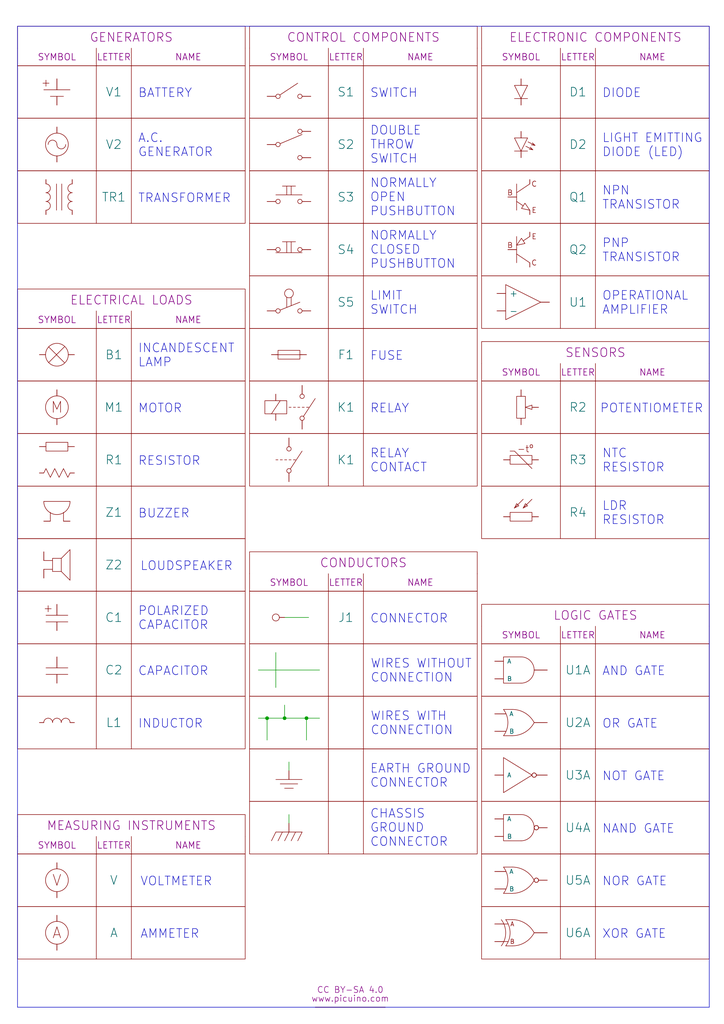
<source format=kicad_sch>
(kicad_sch (version 20231120) (generator "eeschema") (generator_version "8.0")
  (paper "A4" portrait)
  (title_block (title "Símbolos eléctricos y electrónicos.") (date "23/10/2018") (company "www.picuino.com") (comment 1 "Copyright (c) 2018 by Carlos Pardo Martín") (comment 2 "License CC BY-SA 4.0"))
  (lib_symbols
    (symbol "electric-symbols-names-rescue:amperimetro-simbolos" (pin_names (offset 1.016))
      (property "Reference" "A" (at 5.08 -5.08 0))
      (symbol "amperimetro-simbolos_0_0"
        (text "A" (at 0 -5.08 0) (effects (font (size 3.175 3.175))))
      )
      (symbol "amperimetro-simbolos_1_1"
        (pin input line (at 0 -10.16 90) (length 1.778) (name "") (number ""))
        (pin input line (at 0 0 270) (length 1.778) (name "") (number ""))
      )
    )
    (symbol "electric-symbols-names-rescue:condensador-simbolos" (pin_names (offset 1.016))
      (property "Reference" "C" (at 3.81 -4.445 0))
      (symbol "condensador-simbolos_1_1"
        (pin input line (at 0 -7.62 90) (length 2.54) (name "") (number ""))
        (pin input line (at 0 0 270) (length 3.175) (name "") (number ""))
      )
    )
    (symbol "electric-symbols-names-rescue:condensador_pol-simbolos" (pin_names (offset 1.016))
      (property "Reference" "C" (at 3.81 -4.445 0))
      (symbol "condensador_pol-simbolos_1_1"
        (pin input line (at 0 -7.62 90) (length 2.54) (name "") (number ""))
        (pin input line (at 0 0 270) (length 3.175) (name "") (number ""))
      )
    )
    (symbol "electric-symbols-names-rescue:conector-simbolos" (pin_names (offset 1.016))
      (symbol "conector-simbolos_1_1"
        (pin input line (at 0 0 0) (length 1.524) (name "") (number ""))
      )
    )
    (symbol "electric-symbols-names-rescue:diodo-simbolos" (pin_names (offset 1.016))
      (property "Reference" "D" (at 2.54 -3.81 0))
      (symbol "diodo-simbolos_1_1"
        (pin input line (at 0 -7.62 90) (length 1.905) (name "") (number ""))
        (pin input line (at 0 0 270) (length 1.905) (name "") (number ""))
      )
    )
    (symbol "electric-symbols-names-rescue:diodo_led-simbolos" (pin_names (offset 1.016))
      (property "Reference" "D" (at 5.08 -3.81 0))
      (symbol "diodo_led-simbolos_1_1"
        (pin input line (at 0 -7.62 90) (length 1.905) (name "") (number ""))
        (pin input line (at 0 0 270) (length 1.905) (name "") (number ""))
      )
    )
    (symbol "electric-symbols-names-rescue:final_carrera-simbolos" (pin_names (offset 1.016))
      (property "Reference" "S" (at 4.445 3.175 0))
      (symbol "final_carrera-simbolos_1_1"
        (pin input line (at 0 0 0) (length 2.54) (name "") (number ""))
        (pin input line (at 12.7 0 180) (length 2.54) (name "") (number ""))
      )
    )
    (symbol "electric-symbols-names-rescue:fusible-simbolos" (pin_names (offset 1.016))
      (property "Reference" "F" (at 1.905 -5.08 0))
      (symbol "fusible-simbolos_1_1"
        (pin input line (at 0 -10.16 90) (length 1.905) (name "") (number ""))
        (pin input line (at 0 0 270) (length 1.905) (name "") (number ""))
      )
    )
    (symbol "electric-symbols-names-rescue:generador-simbolos" (pin_names (offset 1.016))
      (property "Reference" "V" (at 4.445 -5.08 0))
      (symbol "generador-simbolos_1_1"
        (pin input line (at 0 -10.16 90) (length 1.778) (name "") (number ""))
        (pin input line (at 0 0 270) (length 1.778) (name "") (number ""))
      )
    )
    (symbol "electric-symbols-names-rescue:inductancia-simbolos" (pin_names (offset 1.016))
      (property "Reference" "L" (at 0.635 -5.08 0))
      (symbol "inductancia-simbolos_1_1"
        (pin input line (at 0 -10.16 90) (length 1.27) (name "") (number ""))
        (pin input line (at 0 0 270) (length 1.27) (name "") (number ""))
      )
    )
    (symbol "electric-symbols-names-rescue:lampara-simbolos" (pin_names (offset 1.016))
      (property "Reference" "L" (at 4.445 -5.08 0))
      (symbol "lampara-simbolos_1_1"
        (pin input line (at 0 -10.16 90) (length 1.778) (name "") (number ""))
        (pin input line (at 0 0 270) (length 1.778) (name "") (number ""))
      )
    )
    (symbol "electric-symbols-names-rescue:logic_and-simbolos" (pin_names (offset 1.016))
      (property "Reference" "U1" (at 24.13 -2.54 0))
      (symbol "logic_and-simbolos_1_1"
        (pin output line (at 15.24 -2.54 180) (length 3.81) (name "") (number ""))
        (pin input line (at 0 0 0) (length 2.54) (name "A") (number ""))
        (pin input line (at 0 -5.08 0) (length 2.54) (name "B") (number ""))
      )
      (symbol "logic_and-simbolos_2_1"
        (pin input line (at 0 0 0) (length 2.54) (name "A") (number "4"))
        (pin input line (at 0 -5.08 0) (length 2.54) (name "B") (number "5"))
        (pin output line (at 15.24 -2.54 180) (length 3.81) (name "") (number "6"))
      )
      (symbol "logic_and-simbolos_3_1"
        (pin input line (at 0 -5.08 0) (length 2.54) (name "B") (number "10"))
        (pin output line (at 15.24 -2.54 180) (length 3.81) (name "") (number "8"))
        (pin input line (at 0 0 0) (length 2.54) (name "A") (number "9"))
      )
      (symbol "logic_and-simbolos_4_1"
        (pin output line (at 15.24 -2.54 180) (length 3.81) (name "") (number "11"))
        (pin input line (at 0 0 0) (length 2.54) (name "A") (number "12"))
        (pin input line (at 0 -5.08 0) (length 2.54) (name "B") (number "13"))
      )
    )
    (symbol "electric-symbols-names-rescue:logic_nand-simbolos" (pin_names (offset 1.016))
      (property "Reference" "U4" (at 24.13 -2.54 0))
      (symbol "logic_nand-simbolos_1_1"
        (pin output inverted (at 15.24 -2.54 180) (length 3.81) (name "") (number ""))
        (pin input line (at 0 0 0) (length 2.54) (name "A") (number ""))
        (pin input line (at 0 -5.08 0) (length 2.54) (name "B") (number ""))
      )
      (symbol "logic_nand-simbolos_2_1"
        (pin input line (at 0 0 0) (length 2.54) (name "A") (number "4"))
        (pin input line (at 0 -5.08 0) (length 2.54) (name "B") (number "5"))
        (pin output inverted (at 15.24 -2.54 180) (length 3.81) (name "") (number "6"))
      )
      (symbol "logic_nand-simbolos_3_1"
        (pin input line (at 0 -5.08 0) (length 2.54) (name "B") (number "10"))
        (pin output inverted (at 15.24 -2.54 180) (length 3.81) (name "") (number "8"))
        (pin input line (at 0 0 0) (length 2.54) (name "A") (number "9"))
      )
      (symbol "logic_nand-simbolos_4_1"
        (pin output inverted (at 15.24 -2.54 180) (length 3.81) (name "") (number "11"))
        (pin input line (at 0 0 0) (length 2.54) (name "A") (number "12"))
        (pin input line (at 0 -5.08 0) (length 2.54) (name "B") (number "13"))
      )
    )
    (symbol "electric-symbols-names-rescue:logic_nor-simbolos" (pin_names (offset 1.016))
      (property "Reference" "U5" (at 24.13 -2.54 0))
      (symbol "logic_nor-simbolos_1_1"
        (pin output inverted (at 15.24 -2.54 180) (length 3.81) (name "") (number ""))
        (pin input line (at 0 0 0) (length 3.175) (name "A") (number ""))
        (pin input line (at 0 -5.08 0) (length 3.175) (name "B") (number ""))
      )
      (symbol "logic_nor-simbolos_2_1"
        (pin input line (at 0 0 0) (length 3.175) (name "A") (number "4"))
        (pin input line (at 0 -5.08 0) (length 3.175) (name "B") (number "5"))
        (pin output inverted (at 15.24 -2.54 180) (length 3.81) (name "") (number "6"))
      )
      (symbol "logic_nor-simbolos_3_1"
        (pin input line (at 0 -5.08 0) (length 3.175) (name "B") (number "10"))
        (pin output inverted (at 15.24 -2.54 180) (length 3.81) (name "") (number "8"))
        (pin input line (at 0 0 0) (length 3.175) (name "A") (number "9"))
      )
      (symbol "logic_nor-simbolos_4_1"
        (pin output inverted (at 15.24 -2.54 180) (length 3.81) (name "") (number "11"))
        (pin input line (at 0 0 0) (length 3.175) (name "A") (number "12"))
        (pin input line (at 0 -5.08 0) (length 3.175) (name "B") (number "13"))
      )
    )
    (symbol "electric-symbols-names-rescue:logic_not-simbolos" (pin_names (offset 1.016))
      (property "Reference" "U3" (at 24.13 -2.54 0))
      (symbol "logic_not-simbolos_1_1"
        (pin output inverted (at 15.24 -2.54 180) (length 4.445) (name "") (number ""))
        (pin input line (at 0 -2.54 0) (length 2.54) (name "A") (number ""))
      )
      (symbol "logic_not-simbolos_2_1"
        (pin input line (at 0 -2.54 0) (length 2.54) (name "A") (number "4"))
        (pin output inverted (at 15.24 -2.54 180) (length 4.445) (name "") (number "6"))
      )
      (symbol "logic_not-simbolos_3_1"
        (pin output inverted (at 15.24 -2.54 180) (length 4.445) (name "") (number "8"))
        (pin input line (at 0 -2.54 0) (length 2.54) (name "A") (number "9"))
      )
      (symbol "logic_not-simbolos_4_1"
        (pin output inverted (at 15.24 -2.54 180) (length 4.445) (name "") (number "11"))
        (pin input line (at 0 -2.54 0) (length 2.54) (name "A") (number "12"))
      )
    )
    (symbol "electric-symbols-names-rescue:logic_or-simbolos" (pin_names (offset 1.016))
      (property "Reference" "U2" (at 24.13 -2.54 0))
      (symbol "logic_or-simbolos_1_1"
        (pin output line (at 15.24 -2.54 180) (length 3.81) (name "") (number ""))
        (pin input line (at 0 0 0) (length 3.175) (name "A") (number ""))
        (pin input line (at 0 -5.08 0) (length 3.175) (name "B") (number ""))
      )
      (symbol "logic_or-simbolos_2_1"
        (pin input line (at 0 0 0) (length 3.175) (name "A") (number "4"))
        (pin input line (at 0 -5.08 0) (length 3.175) (name "B") (number "5"))
        (pin output line (at 15.24 -2.54 180) (length 3.81) (name "") (number "6"))
      )
      (symbol "logic_or-simbolos_3_1"
        (pin input line (at 0 -5.08 0) (length 3.175) (name "B") (number "10"))
        (pin output line (at 15.24 -2.54 180) (length 3.81) (name "") (number "8"))
        (pin input line (at 0 0 0) (length 3.175) (name "A") (number "9"))
      )
      (symbol "logic_or-simbolos_4_1"
        (pin output line (at 15.24 -2.54 180) (length 3.81) (name "") (number "11"))
        (pin input line (at 0 0 0) (length 3.175) (name "A") (number "12"))
        (pin input line (at 0 -5.08 0) (length 3.175) (name "B") (number "13"))
      )
    )
    (symbol "electric-symbols-names-rescue:logic_xor-simbolos" (pin_names (offset 1.016))
      (property "Reference" "U6" (at 24.13 -2.54 0))
      (symbol "logic_xor-simbolos_0_0"
        (text "A" (at 5.08 0 0) (effects (font (size 1.27 1.27))))
        (text "B" (at 5.08 -5.08 0) (effects (font (size 1.27 1.27))))
      )
      (symbol "logic_xor-simbolos_1_1"
        (pin input line (at 0 -5.08 0) (length 2.54) (name "") (number ""))
        (pin input line (at 0 0 0) (length 2.54) (name "") (number ""))
        (pin output line (at 15.24 -2.54 180) (length 3.81) (name "") (number ""))
      )
      (symbol "logic_xor-simbolos_2_1"
        (pin input line (at 0 0 0) (length 2.54) (name "") (number "4"))
        (pin input line (at 0 -5.08 0) (length 2.54) (name "") (number "5"))
        (pin output line (at 15.24 -2.54 180) (length 3.81) (name "") (number "6"))
      )
      (symbol "logic_xor-simbolos_3_1"
        (pin input line (at 0 -5.08 0) (length 2.54) (name "") (number "10"))
        (pin output line (at 15.24 -2.54 180) (length 3.81) (name "") (number "8"))
        (pin input line (at 0 0 0) (length 2.54) (name "") (number "9"))
      )
      (symbol "logic_xor-simbolos_4_1"
        (pin output line (at 15.24 -2.54 180) (length 3.81) (name "") (number "11"))
        (pin input line (at 0 0 0) (length 2.54) (name "") (number "12"))
        (pin input line (at 0 -5.08 0) (length 2.54) (name "") (number "13"))
      )
    )
    (symbol "electric-symbols-names-rescue:marco_1-simbolos" (pin_names (offset 1.016)))
    (symbol "electric-symbols-names-rescue:marco_2-simbolos" (pin_names (offset 1.016))
      (property "Field4" "TYPE" (at 33.02 -4.445 0))
      (property "Field5" "SYMBOL" (at 11.43 -11.43 0))
      (property "Field6" "LETTER" (at 27.94 -11.43 0))
      (property "Field7" "NAME" (at 48.26 -11.43 0))
    )
    (symbol "electric-symbols-names-rescue:masa-simbolos" (pin_names (offset 1.016))
      (symbol "masa-simbolos_1_1"
        (pin input line (at 0 0 270) (length 2.54) (name "") (number ""))
      )
    )
    (symbol "electric-symbols-names-rescue:motor-simbolos" (pin_names (offset 1.016))
      (property "Reference" "M" (at 4.445 -5.08 0))
      (symbol "motor-simbolos_0_0"
        (text "M" (at 0 -5.08 0) (effects (font (size 3.175 3.175))))
      )
      (symbol "motor-simbolos_1_1"
        (pin input line (at 0 -10.16 90) (length 1.778) (name "") (number ""))
        (pin input line (at 0 0 270) (length 1.778) (name "") (number ""))
      )
    )
    (symbol "electric-symbols-names-rescue:pulsador_na-simbolos" (pin_names (offset 1.016))
      (property "Reference" "S" (at 1.905 3.175 0))
      (symbol "pulsador_na-simbolos_1_1"
        (pin input line (at 0 0 0) (length 2.54) (name "") (number ""))
        (pin input line (at 12.7 0 180) (length 2.54) (name "") (number ""))
      )
    )
    (symbol "electric-symbols-names-rescue:pulsador_nc-simbolos" (pin_names (offset 1.016))
      (property "Reference" "S" (at 3.81 3.175 0))
      (symbol "pulsador_nc-simbolos_1_1"
        (pin input line (at 0 0 0) (length 2.54) (name "") (number ""))
        (pin input line (at 12.7 0 180) (length 2.54) (name "") (number ""))
      )
    )
    (symbol "electric-symbols-names-rescue:rele-simbolos" (pin_names (offset 1.016))
      (property "Reference" "K" (at -4.445 -3.81 0))
      (symbol "rele-simbolos_1_1"
        (pin input line (at 0 -7.62 90) (length 1.905) (name "") (number ""))
        (pin input line (at 0 0 270) (length 1.905) (name "") (number ""))
        (pin input line (at 7.62 -10.16 90) (length 2.54) (name "") (number ""))
        (pin input line (at 7.62 2.54 270) (length 2.54) (name "") (number ""))
      )
    )
    (symbol "electric-symbols-names-rescue:rele_contacto-simbolos" (pin_names (offset 1.016))
      (property "Reference" "K" (at 1.27 -1.27 0))
      (symbol "rele_contacto-simbolos_1_1"
        (pin input line (at 0 -12.7 90) (length 2.54) (name "") (number ""))
        (pin input line (at 0 0 270) (length 2.54) (name "") (number ""))
      )
    )
    (symbol "electric-symbols-names-rescue:resistencia-simbolos" (pin_names (offset 1.016))
      (property "Reference" "R" (at 1.905 -5.08 0))
      (symbol "resistencia-simbolos_1_1"
        (pin input line (at 0 -10.16 90) (length 1.905) (name "") (number ""))
        (pin input line (at 0 0 270) (length 1.905) (name "") (number ""))
      )
    )
    (symbol "electric-symbols-names-rescue:selector-simbolos" (pin_names (offset 1.016))
      (property "Reference" "S" (at 4.445 3.175 0))
      (symbol "selector-simbolos_1_1"
        (pin input line (at 0 0 0) (length 2.54) (name "") (number ""))
        (pin input line (at 12.7 -3.81 180) (length 2.54) (name "") (number ""))
        (pin input line (at 12.7 3.81 180) (length 2.54) (name "") (number ""))
      )
    )
    (symbol "electric-symbols-names-rescue:switch-simbolos" (pin_names (offset 1.016))
      (property "Reference" "S" (at 4.445 3.175 0))
      (symbol "switch-simbolos_1_1"
        (pin input line (at 0 0 0) (length 2.54) (name "") (number ""))
        (pin input line (at 12.7 0 180) (length 2.54) (name "") (number ""))
      )
    )
    (symbol "simbolos-electricos:CopyRight" (pin_names (offset 1.016))
      (property "License" "CC BY-SA 4.0" (at 0 5.715 0))
      (property "Web" "www.picuino.com" (at 0 2.54 0))
    )
    (symbol "simbolos-electricos:LDR" (pin_names (offset 1.016))
      (property "Reference" "R" (at 1.905 -5.08 0))
      (symbol "LDR_1_1"
        (pin input line (at 0 -10.16 90) (length 1.905) (name "") (number ""))
        (pin input line (at 0 0 270) (length 1.905) (name "") (number ""))
      )
    )
    (symbol "simbolos-electricos:NPN" (pin_names (offset 1.016))
      (property "Reference" "Q1" (at 11.43 -5.08 0))
      (symbol "NPN_0_0"
        (text "C" (at 7.62 -1.27 0) (effects (font (size 1.524 1.524))))
        (text "E" (at 7.62 -8.89 0) (effects (font (size 1.524 1.524))))
      )
      (symbol "NPN_1_0"
        (text "B" (at 0.635 -3.81 0) (effects (font (size 1.524 1.524))))
      )
      (symbol "NPN_1_1"
        (pin input line (at 0 -5.08 0) (length 2.54) (name "") (number ""))
        (pin input line (at 6.35 -10.16 90) (length 1.27) (name "") (number ""))
        (pin input line (at 6.35 0 270) (length 1.27) (name "") (number ""))
      )
    )
    (symbol "simbolos-electricos:NTC" (pin_names (offset 1.016))
      (property "Reference" "R" (at 1.905 -5.08 0))
      (symbol "NTC_1_0"
        (text "-tº" (at -3.175 -3.81 900) (effects (font (size 1.905 1.905))))
      )
      (symbol "NTC_1_1"
        (pin input line (at 0 -10.16 90) (length 1.905) (name "") (number ""))
        (pin input line (at 0 0 270) (length 1.905) (name "") (number ""))
      )
    )
    (symbol "simbolos-electricos:OA" (pin_names (offset 1.016))
      (property "Reference" "U" (at 6.35 -3.81 0))
      (symbol "OA_1_1"
        (pin output line (at 12.7 0 180) (length 2.54) (name "") (number ""))
        (pin input line (at -2.54 2.54 0) (length 2.54) (name "+") (number ""))
        (pin input line (at -2.54 -2.54 0) (length 2.54) (name "-") (number ""))
      )
    )
    (symbol "simbolos-electricos:PNP" (pin_names (offset 1.016))
      (property "Reference" "Q2" (at 10.795 -5.08 0))
      (symbol "PNP_0_0"
        (text "B" (at 0.635 -3.81 0) (effects (font (size 1.524 1.524))))
        (text "C" (at 7.62 -8.89 0) (effects (font (size 1.524 1.524))))
        (text "E" (at 7.62 -1.27 0) (effects (font (size 1.524 1.524))))
      )
      (symbol "PNP_1_1"
        (pin input line (at 0 -5.08 0) (length 2.54) (name "") (number ""))
        (pin input line (at 6.35 -10.16 90) (length 1.27) (name "") (number ""))
        (pin input line (at 6.35 0 270) (length 1.27) (name "") (number ""))
      )
    )
    (symbol "simbolos-electricos:Pila" (pin_names (offset 1.016))
      (property "Reference" "V" (at 5.08 -4.445 0))
      (symbol "Pila_1_1"
        (pin input line (at 0 -7.62 90) (length 2.54) (name "") (number ""))
        (pin input line (at 0 0 270) (length 3.175) (name "") (number ""))
      )
    )
    (symbol "simbolos-electricos:altavoz" (pin_names (offset 1.016))
      (property "Reference" "Z" (at 5.715 0.635 0))
      (symbol "altavoz_1_1"
        (pin input line (at 0 -7.62 90) (length 2.54) (name "") (number ""))
        (pin input line (at 0 0 270) (length 2.54) (name "") (number ""))
      )
    )
    (symbol "simbolos-electricos:potenciometro" (pin_names (offset 1.016))
      (property "Reference" "R" (at 1.905 -1.905 0))
      (symbol "potenciometro_1_1"
        (pin input line (at 0 -10.16 90) (length 1.905) (name "") (number ""))
        (pin input line (at 0 0 270) (length 1.905) (name "") (number ""))
        (pin input line (at 5.08 -5.08 180) (length 1.905) (name "") (number ""))
      )
    )
    (symbol "simbolos-electricos:resistencia_2" (pin_names (offset 1.016))
      (property "Reference" "R" (at 1.905 -5.08 0))
      (symbol "resistencia_2_1_1"
        (pin input line (at 0 -10.16 90) (length 1.27) (name "") (number ""))
        (pin input line (at 0 0 270) (length 1.27) (name "") (number ""))
      )
    )
    (symbol "simbolos-electricos:tierra" (pin_names (offset 1.016))
      (symbol "tierra_1_1"
        (pin input line (at 0 0 270) (length 2.54) (name "") (number ""))
      )
    )
    (symbol "simbolos-electricos:transformador" (pin_names (offset 1.016))
      (property "Reference" "TR" (at 8.89 -5.08 0))
      (symbol "transformador_1_1"
        (pin input line (at 0 -10.16 90) (length 1.27) (name "") (number ""))
        (pin input line (at 0 0 270) (length 1.27) (name "") (number ""))
        (pin input line (at 7.62 -10.16 90) (length 1.27) (name "") (number ""))
        (pin input line (at 7.62 0 270) (length 1.27) (name "") (number ""))
      )
    )
    (symbol "simbolos-electricos:voltimetro" (pin_names (offset 1.016))
      (property "Reference" "V" (at 5.08 -5.08 0))
      (symbol "voltimetro_0_0"
        (text "V" (at 0 -5.08 0) (effects (font (size 3.175 3.175))))
      )
      (symbol "voltimetro_1_1"
        (pin input line (at 0 -10.16 90) (length 1.778) (name "") (number ""))
        (pin input line (at 0 0 270) (length 1.778) (name "") (number ""))
      )
    )
    (symbol "simbolos-electricos:zumbador" (pin_names (offset 1.016))
      (property "Reference" "Z" (at 3.81 8.255 0))
      (symbol "zumbador_1_1"
        (pin input line (at 0 0 0) (length 1.905) (name "") (number ""))
        (pin input line (at 7.62 0 180) (length 1.905) (name "") (number ""))
      )
    )
  )
  (junction (at 82.55 208.28))
  (junction (at 77.47 208.28))
  (junction (at 88.9 208.28))
  (polyline (pts (xy 205.74 292.1) (xy 205.74 7.62)))
  (wire (pts (xy 88.9 208.28) (xy 92.71 208.28)))
  (wire (pts (xy 74.93 194.31) (xy 92.71 194.31)))
  (wire (pts (xy 77.47 214.63) (xy 77.47 208.28)))
  (polyline (pts (xy 5.08 7.62) (xy 205.74 7.62)))
  (wire (pts (xy 82.55 179.07) (xy 89.535 179.07)))
  (wire (pts (xy 82.55 208.28) (xy 82.55 204.47)))
  (polyline (pts (xy 5.08 292.1) (xy 5.08 7.62)))
  (wire (pts (xy 74.93 208.28) (xy 77.47 208.28)))
  (wire (pts (xy 83.82 223.52) (xy 83.82 220.98)))
  (wire (pts (xy 83.82 238.76) (xy 83.82 236.22)))
  (wire (pts (xy 77.47 208.28) (xy 82.55 208.28)))
  (wire (pts (xy 88.9 214.63) (xy 88.9 208.28)))
  (polyline (pts (xy 5.08 292.1) (xy 205.74 292.1)))
  (wire (pts (xy 80.01 189.23) (xy 80.01 199.39)))
  (wire (pts (xy 82.55 208.28) (xy 88.9 208.28)))
  (text "INCANDESCENT\nLAMP" (at 40.005 106.68 0) (effects (font (size 2.54 2.54)) (justify left bottom)))
  (text "NAND GATE" (at 174.625 241.935 0) (effects (font (size 2.54 2.54)) (justify left bottom)))
  (text "RELAY" (at 107.315 120.015 0) (effects (font (size 2.54 2.54)) (justify left bottom)))
  (text "OPERATIONAL\nAMPLIFIER" (at 174.625 91.44 0) (effects (font (size 2.54 2.54)) (justify left bottom)))
  (text "NOR GATE" (at 174.625 257.175 0) (effects (font (size 2.54 2.54)) (justify left bottom)))
  (text "FUSE" (at 107.315 104.775 0) (effects (font (size 2.54 2.54)) (justify left bottom)))
  (text "POTENTIOMETER" (at 173.99 120.015 0) (effects (font (size 2.54 2.54)) (justify left bottom)))
  (text "DOUBLE\nTHROW\nSWITCH" (at 107.315 47.625 0) (effects (font (size 2.54 2.54)) (justify left bottom)))
  (text "PNP\nTRANSISTOR" (at 174.625 76.2 0) (effects (font (size 2.54 2.54)) (justify left bottom)))
  (text "EARTH GROUND\nCONNECTOR" (at 107.315 228.6 0) (effects (font (size 2.54 2.54)) (justify left bottom)))
  (text "SWITCH" (at 107.315 28.575 0) (effects (font (size 2.54 2.54)) (justify left bottom)))
  (text "OR GATE" (at 174.625 211.455 0) (effects (font (size 2.54 2.54)) (justify left bottom)))
  (text "POLARIZED\nCAPACITOR" (at 40.005 182.88 0) (effects (font (size 2.54 2.54)) (justify left bottom)))
  (text "LOUDSPEAKER" (at 40.64 165.735 0) (effects (font (size 2.54 2.54)) (justify left bottom)))
  (text "BATTERY" (at 40.005 28.575 0) (effects (font (size 2.54 2.54)) (justify left bottom)))
  (text "WIRES WITH\nCONNECTION\n" (at 107.442 213.36 0) (effects (font (size 2.54 2.54)) (justify left bottom)))
  (text "MOTOR" (at 40.005 120.015 0) (effects (font (size 2.54 2.54)) (justify left bottom)))
  (text "DIODE" (at 174.625 28.575 0) (effects (font (size 2.54 2.54)) (justify left bottom)))
  (text "WIRES WITHOUT\nCONNECTION" (at 107.442 198.12 0) (effects (font (size 2.54 2.54)) (justify left bottom)))
  (text "RELAY\nCONTACT" (at 107.315 137.16 0) (effects (font (size 2.54 2.54)) (justify left bottom)))
  (text "INDUCTOR" (at 40.005 211.455 0) (effects (font (size 2.54 2.54)) (justify left bottom)))
  (text "CHASSIS\nGROUND\nCONNECTOR\n" (at 107.315 245.745 0) (effects (font (size 2.54 2.54)) (justify left bottom)))
  (text "LIGHT EMITTING\nDIODE (LED)" (at 174.625 45.72 0) (effects (font (size 2.54 2.54)) (justify left bottom)))
  (text "AND GATE" (at 174.625 196.215 0) (effects (font (size 2.54 2.54)) (justify left bottom)))
  (text "NTC\nRESISTOR" (at 174.625 137.16 0) (effects (font (size 2.54 2.54)) (justify left bottom)))
  (text "NORMALLY\nOPEN\nPUSHBUTTON" (at 107.315 62.865 0) (effects (font (size 2.54 2.54)) (justify left bottom)))
  (text "LDR\nRESISTOR" (at 174.625 152.4 0) (effects (font (size 2.54 2.54)) (justify left bottom)))
  (text "RESISTOR" (at 40.005 135.255 0) (effects (font (size 2.54 2.54)) (justify left bottom)))
  (text "BUZZER" (at 40.005 150.495 0) (effects (font (size 2.54 2.54)) (justify left bottom)))
  (text "A.C.\nGENERATOR" (at 40.005 45.72 0) (effects (font (size 2.54 2.54)) (justify left bottom)))
  (text "AMMETER" (at 40.64 272.415 0) (effects (font (size 2.54 2.54)) (justify left bottom)))
  (text "CONNECTOR\n" (at 107.315 180.975 0) (effects (font (size 2.54 2.54)) (justify left bottom)))
  (text "NOT GATE" (at 174.625 226.695 0) (effects (font (size 2.54 2.54)) (justify left bottom)))
  (text "NORMALLY\nCLOSED\nPUSHBUTTON" (at 107.315 78.105 0) (effects (font (size 2.54 2.54)) (justify left bottom)))
  (text "XOR GATE" (at 174.625 272.415 0) (effects (font (size 2.54 2.54)) (justify left bottom)))
  (text "NPN\nTRANSISTOR" (at 174.625 60.96 0) (effects (font (size 2.54 2.54)) (justify left bottom)))
  (text "LIMIT\nSWITCH" (at 107.315 91.44 0) (effects (font (size 2.54 2.54)) (justify left bottom)))
  (text "CAPACITOR" (at 40.005 196.215 0) (effects (font (size 2.54 2.54)) (justify left bottom)))
  (text "TRANSFORMER" (at 40.005 59.055 0) (effects (font (size 2.54 2.54)) (justify left bottom)))
  (text "VOLTMETER" (at 40.64 257.175 0) (effects (font (size 2.54 2.54)) (justify left bottom)))
  (symbol (lib_id "simbolos-electricos:Pila") (at 16.51 22.86 0) (unit 1)
    (property "Reference" "V1" (at 33.02 26.67 0) (effects (font (size 2.54 2.54))))
    (property "Value" "PILA" (effects (hide yes)))
  )
  (symbol (lib_id "electric-symbols-names-rescue:switch-simbolos") (at 77.47 27.94 0) (unit 1)
    (property "Reference" "S1" (at 100.33 26.67 0) (effects (font (size 2.54 2.54))))
    (property "Value" "INTERRUPTOR" (effects (hide yes)))
  )
  (symbol (lib_id "electric-symbols-names-rescue:lampara-simbolos") (at 21.59 102.87 270) (unit 1)
    (property "Reference" "B1" (at 33.02 102.87 90) (effects (font (size 2.54 2.54))))
    (property "Value" "LÁMPARA" (effects (hide yes)))
  )
  (symbol (lib_id "electric-symbols-names-rescue:pulsador_na-simbolos") (at 77.47 58.42 0) (unit 1)
    (property "Reference" "S3" (at 100.33 57.15 0) (effects (font (size 2.54 2.54))))
    (property "Value" "PULSADOR" (effects (hide yes)))
    (property "Valor2" "NORMALMENTE" (effects (hide yes)))
    (property "Campo5" "ABIERTO" (effects (hide yes)))
  )
  (symbol (lib_id "electric-symbols-names-rescue:pulsador_nc-simbolos") (at 77.47 72.39 0) (unit 1)
    (property "Reference" "S4" (at 100.33 72.39 0) (effects (font (size 2.54 2.54))))
    (property "Value" "PULSADOR" (effects (hide yes)))
    (property "Valor2" "NORMALMENTE" (effects (hide yes)))
    (property "Valor3" "CERRADO" (effects (hide yes)))
  )
  (symbol (lib_id "simbolos-electricos:altavoz") (at 12.7 160.02 0) (unit 1)
    (property "Reference" "Z2" (at 33.02 163.83 0) (effects (font (size 2.54 2.54))))
    (property "Value" "ALTAVOZ" (effects (hide yes)))
  )
  (symbol (lib_id "electric-symbols-names-rescue:condensador-simbolos") (at 16.51 190.5 0) (unit 1)
    (property "Reference" "C2" (at 33.02 194.31 0) (effects (font (size 2.54 2.54))))
    (property "Value" "CONDENSADOR" (effects (hide yes)))
  )
  (symbol (lib_id "electric-symbols-names-rescue:condensador_pol-simbolos") (at 16.51 175.26 0) (unit 1)
    (property "Reference" "C1" (at 33.02 179.07 0) (effects (font (size 2.54 2.54))))
    (property "Value" "CONDENSADOR" (effects (hide yes)))
    (property "Campo4" "POLARIZADO" (effects (hide yes)))
  )
  (symbol (lib_id "electric-symbols-names-rescue:diodo-simbolos") (at 151.13 22.86 0) (unit 1)
    (property "Reference" "D1" (at 167.64 26.67 0) (effects (font (size 2.54 2.54))))
    (property "Value" "DIODO" (effects (hide yes)))
  )
  (symbol (lib_id "electric-symbols-names-rescue:diodo_led-simbolos") (at 151.13 38.1 0) (unit 1)
    (property "Reference" "D2" (at 167.64 41.91 0) (effects (font (size 2.54 2.54))))
    (property "Value" "DIODO LED" (effects (hide yes)))
  )
  (symbol (lib_id "electric-symbols-names-rescue:fusible-simbolos") (at 88.9 102.87 270) (unit 1)
    (property "Reference" "F1" (at 100.33 102.87 90) (effects (font (size 2.54 2.54))))
    (property "Value" "FUSIBLE" (effects (hide yes)))
  )
  (symbol (lib_id "electric-symbols-names-rescue:generador-simbolos") (at 16.51 36.83 0) (unit 1)
    (property "Reference" "V2" (at 33.02 41.91 0) (effects (font (size 2.54 2.54))))
    (property "Value" "GENERADOR" (effects (hide yes)))
  )
  (symbol (lib_id "electric-symbols-names-rescue:inductancia-simbolos") (at 21.59 209.55 270) (unit 1)
    (property "Reference" "L1" (at 33.02 209.55 90) (effects (font (size 2.54 2.54))))
    (property "Value" "INDUCTANCIA" (effects (hide yes)))
  )
  (symbol (lib_id "simbolos-electricos:LDR") (at 156.21 149.86 270) (unit 1)
    (property "Reference" "R4" (at 167.64 148.59 90) (effects (font (size 2.54 2.54))))
    (property "Value" "RESISTENCIA" (effects (hide yes)))
    (property "Campo4" "LDR" (effects (hide yes)))
  )
  (symbol (lib_id "electric-symbols-names-rescue:masa-simbolos") (at 83.82 238.76 0) (unit 1)
    (property "Reference" "V?" (effects (hide yes)))
    (property "Value" "CONNECTION" (effects (hide yes)))
    (property "Campo4" "A MASA" (effects (hide yes)))
  )
  (symbol (lib_id "electric-symbols-names-rescue:motor-simbolos") (at 16.51 113.03 0) (unit 1)
    (property "Reference" "M1" (at 33.02 118.11 0) (effects (font (size 2.54 2.54))))
    (property "Value" "MOTOR" (effects (hide yes)))
  )
  (symbol (lib_id "simbolos-electricos:NPN") (at 147.32 52.07 0) (unit 1)
    (property "Reference" "Q1" (at 167.64 57.15 0) (effects (font (size 2.54 2.54))))
    (property "Value" "TRANSISTOR" (effects (hide yes)))
    (property "Campo4" "NPN" (effects (hide yes)))
  )
  (symbol (lib_id "simbolos-electricos:NTC") (at 156.21 133.35 270) (unit 1)
    (property "Reference" "R3" (at 167.64 133.35 90) (effects (font (size 2.54 2.54))))
    (property "Value" "RESISTENCIA" (effects (hide yes)))
    (property "Campo4" "NTC" (effects (hide yes)))
  )
  (symbol (lib_id "simbolos-electricos:zumbador") (at 12.7 151.13 0) (unit 1)
    (property "Reference" "Z1" (at 33.02 148.59 0) (effects (font (size 2.54 2.54))))
    (property "Value" "ZUMBADOR" (effects (hide yes)))
  )
  (symbol (lib_id "simbolos-electricos:transformador") (at 13.335 52.07 0) (unit 1)
    (property "Reference" "TR1" (at 33.02 57.15 0) (effects (font (size 2.54 2.54))))
    (property "Value" "TRANSFOR-" (effects (hide yes)))
    (property "Campo4" "MADOR" (effects (hide yes)))
  )
  (symbol (lib_id "simbolos-electricos:tierra") (at 83.82 223.52 0) (unit 1)
    (property "Reference" "V?" (effects (hide yes)))
    (property "Value" "CONNECTION" (effects (hide yes)))
    (property "Campo4" "A TIERRA" (effects (hide yes)))
  )
  (symbol (lib_id "electric-symbols-names-rescue:selector-simbolos") (at 77.47 41.91 0) (unit 1)
    (property "Reference" "S2" (at 100.33 41.91 0) (effects (font (size 2.54 2.54))))
    (property "Value" "CONMUTADOR" (effects (hide yes)))
  )
  (symbol (lib_id "electric-symbols-names-rescue:resistencia-simbolos") (at 21.59 129.54 270) (unit 1)
    (property "Reference" "R1" (at 33.02 133.35 90) (effects (font (size 2.54 2.54))))
    (property "Value" "RESISTENCIA" (effects (hide yes)))
  )
  (symbol (lib_id "electric-symbols-names-rescue:rele_contacto-simbolos") (at 83.82 127 0) (unit 1)
    (property "Reference" "K1" (at 100.33 133.35 0) (effects (font (size 2.54 2.54))))
    (property "Value" "CONTACTO" (effects (hide yes)))
    (property "Campo4" "DE RELE" (effects (hide yes)))
  )
  (symbol (lib_id "electric-symbols-names-rescue:rele-simbolos") (at 80.01 114.3 0) (unit 1)
    (property "Reference" "K1" (at 100.33 118.11 0) (effects (font (size 2.54 2.54))))
    (property "Value" "RELE" (effects (hide yes)))
  )
  (symbol (lib_id "electric-symbols-names-rescue:final_carrera-simbolos") (at 77.47 90.17 0) (unit 1)
    (property "Reference" "S5" (at 100.33 87.63 0) (effects (font (size 2.54 2.54))))
    (property "Value" "FINAL DE" (effects (hide yes)))
    (property "Campo4" "CARRERA" (effects (hide yes)))
  )
  (symbol (lib_id "simbolos-electricos:PNP") (at 147.32 67.31 0) (unit 1)
    (property "Reference" "Q2" (at 167.64 72.39 0) (effects (font (size 2.54 2.54))))
    (property "Value" "TRANSISTOR" (effects (hide yes)))
    (property "Campo4" "PNP" (effects (hide yes)))
  )
  (symbol (lib_id "electric-symbols-names-rescue:marco_2-simbolos") (at 139.7 173.99 0) (unit 1)
    (property "Reference" "M?" (effects (hide yes)))
    (property "Value" "marco_2" (effects (hide yes)))
    (property "Campo4" "LOGIC GATES" (at 172.72 178.435 0) (effects (font (size 2.54 2.54))))
    (property "Campo5" "SYMBOL" (at 151.13 184.15 0) (effects (font (size 1.905 1.905))))
    (property "Campo6" "LETTER" (at 167.64 184.15 0) (effects (font (size 1.905 1.905))))
    (property "Campo7" "NAME" (at 189.23 184.15 0) (effects (font (size 1.905 1.905))))
  )
  (symbol (lib_id "electric-symbols-names-rescue:logic_and-simbolos") (at 143.51 191.77 0) (unit 1)
    (property "Reference" "U1" (at 167.64 194.31 0) (effects (font (size 2.54 2.54))))
    (property "Value" "logic_and" (effects (hide yes)))
  )
  (symbol (lib_id "electric-symbols-names-rescue:logic_or-simbolos") (at 143.51 207.01 0) (unit 1)
    (property "Reference" "U2" (at 167.64 209.55 0) (effects (font (size 2.54 2.54))))
    (property "Value" "logic_and" (effects (hide yes)))
    (property "Campo4" "PUERTA OR" (effects (hide yes)))
  )
  (symbol (lib_id "electric-symbols-names-rescue:logic_not-simbolos") (at 143.51 222.25 0) (unit 1)
    (property "Reference" "U3" (at 167.64 224.79 0) (effects (font (size 2.54 2.54))))
    (property "Value" "logic_and" (effects (hide yes)))
    (property "Campo4" "PUERTA NOT" (effects (hide yes)))
  )
  (symbol (lib_id "electric-symbols-names-rescue:logic_nand-simbolos") (at 143.51 237.49 0) (unit 1)
    (property "Reference" "U4" (at 167.64 240.03 0) (effects (font (size 2.54 2.54))))
    (property "Value" "logic_and" (effects (hide yes)))
    (property "Campo4" "PUERTA NAND" (effects (hide yes)))
  )
  (symbol (lib_id "electric-symbols-names-rescue:logic_nor-simbolos") (at 143.51 252.73 0) (unit 1)
    (property "Reference" "U5" (at 167.64 255.27 0) (effects (font (size 2.54 2.54))))
    (property "Value" "logic_and" (effects (hide yes)))
    (property "Campo4" "PUERTA NOR" (effects (hide yes)))
  )
  (symbol (lib_id "electric-symbols-names-rescue:logic_xor-simbolos") (at 143.51 267.97 0) (unit 1)
    (property "Reference" "U6" (at 167.64 270.51 0) (effects (font (size 2.54 2.54))))
    (property "Value" "logic_and" (effects (hide yes)))
    (property "Campo4" "PUERTA XOR" (effects (hide yes)))
  )
  (symbol (lib_id "electric-symbols-names-rescue:marco_1-simbolos") (at 5.08 19.05 0) (unit 1)
    (property "Reference" "M?" (effects (hide yes)))
    (property "Value" "marco_1" (effects (hide yes)))
  )
  (symbol (lib_id "electric-symbols-names-rescue:marco_1-simbolos") (at 5.08 34.29 0) (unit 1)
    (property "Reference" "M?" (effects (hide yes)))
    (property "Value" "marco_1" (effects (hide yes)))
  )
  (symbol (lib_id "electric-symbols-names-rescue:marco_1-simbolos") (at 5.08 49.53 0) (unit 1)
    (property "Reference" "M?" (effects (hide yes)))
    (property "Value" "marco_1" (effects (hide yes)))
  )
  (symbol (lib_id "electric-symbols-names-rescue:marco_1-simbolos") (at 5.08 95.25 0) (unit 1)
    (property "Reference" "M?" (effects (hide yes)))
    (property "Value" "marco_1" (effects (hide yes)))
  )
  (symbol (lib_id "electric-symbols-names-rescue:marco_1-simbolos") (at 5.08 110.49 0) (unit 1)
    (property "Reference" "M?" (effects (hide yes)))
    (property "Value" "marco_1" (effects (hide yes)))
  )
  (symbol (lib_id "electric-symbols-names-rescue:marco_1-simbolos") (at 5.08 125.73 0) (unit 1)
    (property "Reference" "M?" (effects (hide yes)))
    (property "Value" "marco_1" (effects (hide yes)))
  )
  (symbol (lib_id "electric-symbols-names-rescue:marco_1-simbolos") (at 5.08 140.97 0) (unit 1)
    (property "Reference" "M?" (effects (hide yes)))
    (property "Value" "marco_1" (effects (hide yes)))
  )
  (symbol (lib_id "electric-symbols-names-rescue:marco_1-simbolos") (at 5.08 156.21 0) (unit 1)
    (property "Reference" "M?" (effects (hide yes)))
    (property "Value" "marco_1" (effects (hide yes)))
  )
  (symbol (lib_id "electric-symbols-names-rescue:marco_1-simbolos") (at 5.08 171.45 0) (unit 1)
    (property "Reference" "M?" (effects (hide yes)))
    (property "Value" "marco_1" (effects (hide yes)))
  )
  (symbol (lib_id "electric-symbols-names-rescue:marco_1-simbolos") (at 5.08 186.69 0) (unit 1)
    (property "Reference" "M?" (effects (hide yes)))
    (property "Value" "marco_1" (effects (hide yes)))
  )
  (symbol (lib_id "electric-symbols-names-rescue:marco_1-simbolos") (at 5.08 201.93 0) (unit 1)
    (property "Reference" "M?" (effects (hide yes)))
    (property "Value" "marco_1" (effects (hide yes)))
  )
  (symbol (lib_id "electric-symbols-names-rescue:marco_1-simbolos") (at 5.08 247.65 0) (unit 1)
    (property "Reference" "M?" (effects (hide yes)))
    (property "Value" "marco_1" (effects (hide yes)))
  )
  (symbol (lib_id "electric-symbols-names-rescue:marco_1-simbolos") (at 5.08 262.89 0) (unit 1)
    (property "Reference" "M?" (effects (hide yes)))
    (property "Value" "marco_1" (effects (hide yes)))
  )
  (symbol (lib_id "electric-symbols-names-rescue:marco_1-simbolos") (at 72.39 186.69 0) (unit 1)
    (property "Reference" "M?" (effects (hide yes)))
    (property "Value" "marco_1" (effects (hide yes)))
  )
  (symbol (lib_id "electric-symbols-names-rescue:marco_1-simbolos") (at 72.39 201.93 0) (unit 1)
    (property "Reference" "M?" (effects (hide yes)))
    (property "Value" "marco_1" (effects (hide yes)))
  )
  (symbol (lib_id "electric-symbols-names-rescue:marco_1-simbolos") (at 72.39 217.17 0) (unit 1)
    (property "Reference" "M?" (effects (hide yes)))
    (property "Value" "marco_1" (effects (hide yes)))
  )
  (symbol (lib_id "electric-symbols-names-rescue:marco_1-simbolos") (at 72.39 232.41 0) (unit 1)
    (property "Reference" "M?" (effects (hide yes)))
    (property "Value" "marco_1" (effects (hide yes)))
  )
  (symbol (lib_id "electric-symbols-names-rescue:marco_1-simbolos") (at 72.39 19.05 0) (unit 1)
    (property "Reference" "M?" (effects (hide yes)))
    (property "Value" "marco_1" (effects (hide yes)))
  )
  (symbol (lib_id "electric-symbols-names-rescue:marco_1-simbolos") (at 72.39 34.29 0) (unit 1)
    (property "Reference" "M?" (effects (hide yes)))
    (property "Value" "marco_1" (effects (hide yes)))
  )
  (symbol (lib_id "electric-symbols-names-rescue:marco_1-simbolos") (at 72.39 49.53 0) (unit 1)
    (property "Reference" "M?" (effects (hide yes)))
    (property "Value" "marco_1" (effects (hide yes)))
  )
  (symbol (lib_id "electric-symbols-names-rescue:marco_1-simbolos") (at 72.39 64.77 0) (unit 1)
    (property "Reference" "M?" (effects (hide yes)))
    (property "Value" "marco_1" (effects (hide yes)))
  )
  (symbol (lib_id "electric-symbols-names-rescue:marco_1-simbolos") (at 72.39 80.01 0) (unit 1)
    (property "Reference" "M?" (effects (hide yes)))
    (property "Value" "marco_1" (effects (hide yes)))
  )
  (symbol (lib_id "electric-symbols-names-rescue:marco_1-simbolos") (at 72.39 95.25 0) (unit 1)
    (property "Reference" "M?" (effects (hide yes)))
    (property "Value" "marco_1" (effects (hide yes)))
  )
  (symbol (lib_id "electric-symbols-names-rescue:marco_1-simbolos") (at 72.39 110.49 0) (unit 1)
    (property "Reference" "M?" (effects (hide yes)))
    (property "Value" "marco_1" (effects (hide yes)))
  )
  (symbol (lib_id "electric-symbols-names-rescue:marco_1-simbolos") (at 72.39 125.73 0) (unit 1)
    (property "Reference" "M?" (effects (hide yes)))
    (property "Value" "marco_1" (effects (hide yes)))
  )
  (symbol (lib_id "electric-symbols-names-rescue:marco_1-simbolos") (at 139.7 125.73 0) (unit 1)
    (property "Reference" "M?" (effects (hide yes)))
    (property "Value" "marco_1" (effects (hide yes)))
  )
  (symbol (lib_id "electric-symbols-names-rescue:marco_1-simbolos") (at 139.7 110.49 0) (unit 1)
    (property "Reference" "M?" (effects (hide yes)))
    (property "Value" "marco_1" (effects (hide yes)))
  )
  (symbol (lib_id "electric-symbols-names-rescue:marco_1-simbolos") (at 139.7 140.97 0) (unit 1)
    (property "Reference" "M?" (effects (hide yes)))
    (property "Value" "marco_1" (effects (hide yes)))
  )
  (symbol (lib_id "electric-symbols-names-rescue:marco_1-simbolos") (at 139.7 262.89 0) (unit 1)
    (property "Reference" "M?" (effects (hide yes)))
    (property "Value" "marco_1" (effects (hide yes)))
  )
  (symbol (lib_id "electric-symbols-names-rescue:marco_1-simbolos") (at 139.7 186.69 0) (unit 1)
    (property "Reference" "M?" (effects (hide yes)))
    (property "Value" "marco_1" (effects (hide yes)))
  )
  (symbol (lib_id "electric-symbols-names-rescue:marco_1-simbolos") (at 139.7 201.93 0) (unit 1)
    (property "Reference" "M?" (effects (hide yes)))
    (property "Value" "marco_1" (effects (hide yes)))
  )
  (symbol (lib_id "electric-symbols-names-rescue:marco_1-simbolos") (at 139.7 217.17 0) (unit 1)
    (property "Reference" "M?" (effects (hide yes)))
    (property "Value" "marco_1" (effects (hide yes)))
  )
  (symbol (lib_id "electric-symbols-names-rescue:marco_1-simbolos") (at 139.7 232.41 0) (unit 1)
    (property "Reference" "M?" (effects (hide yes)))
    (property "Value" "marco_1" (effects (hide yes)))
  )
  (symbol (lib_id "electric-symbols-names-rescue:marco_1-simbolos") (at 139.7 247.65 0) (unit 1)
    (property "Reference" "M?" (effects (hide yes)))
    (property "Value" "marco_1" (effects (hide yes)))
  )
  (symbol (lib_id "electric-symbols-names-rescue:marco_1-simbolos") (at 139.7 19.05 0) (unit 1)
    (property "Reference" "M?" (effects (hide yes)))
    (property "Value" "marco_1" (effects (hide yes)))
  )
  (symbol (lib_id "electric-symbols-names-rescue:marco_1-simbolos") (at 139.7 34.29 0) (unit 1)
    (property "Reference" "M?" (effects (hide yes)))
    (property "Value" "marco_1" (effects (hide yes)))
  )
  (symbol (lib_id "electric-symbols-names-rescue:marco_1-simbolos") (at 139.7 49.53 0) (unit 1)
    (property "Reference" "M?" (effects (hide yes)))
    (property "Value" "marco_1" (effects (hide yes)))
  )
  (symbol (lib_id "electric-symbols-names-rescue:marco_1-simbolos") (at 139.7 64.77 0) (unit 1)
    (property "Reference" "M?" (effects (hide yes)))
    (property "Value" "marco_1" (effects (hide yes)))
  )
  (symbol (lib_id "simbolos-electricos:voltimetro") (at 16.51 250.19 0) (unit 1)
    (property "Reference" "V" (at 33.02 255.27 0) (effects (font (size 2.54 2.54))))
    (property "Value" "VOLTIMETRO" (effects (hide yes)))
  )
  (symbol (lib_id "electric-symbols-names-rescue:marco_2-simbolos") (at 5.08 6.35 0) (unit 1)
    (property "Reference" "M?" (effects (hide yes)))
    (property "Value" "marco_2" (effects (hide yes)))
    (property "Campo4" "GENERATORS" (at 38.1 10.795 0) (effects (font (size 2.54 2.54))))
    (property "Campo5" "SYMBOL" (at 16.51 16.51 0) (effects (font (size 1.905 1.905))))
    (property "Campo6" "LETTER" (at 33.02 16.51 0) (effects (font (size 1.905 1.905))))
    (property "Campo7" "NAME" (at 54.61 16.51 0) (effects (font (size 1.905 1.905))))
  )
  (symbol (lib_id "electric-symbols-names-rescue:marco_2-simbolos") (at 72.39 6.35 0) (unit 1)
    (property "Reference" "M?" (effects (hide yes)))
    (property "Value" "marco_2" (effects (hide yes)))
    (property "Campo4" "CONTROL COMPONENTS" (at 105.41 10.795 0) (effects (font (size 2.54 2.54))))
    (property "Campo5" "SYMBOL" (at 83.82 16.51 0) (effects (font (size 1.905 1.905))))
    (property "Campo6" "LETTER" (at 100.33 16.51 0) (effects (font (size 1.905 1.905))))
    (property "Campo7" "NAME" (at 121.92 16.51 0) (effects (font (size 1.905 1.905))))
  )
  (symbol (lib_id "electric-symbols-names-rescue:marco_2-simbolos") (at 5.08 82.55 0) (unit 1)
    (property "Reference" "M?" (effects (hide yes)))
    (property "Value" "marco_2" (effects (hide yes)))
    (property "Campo4" "ELECTRICAL LOADS" (at 38.1 86.995 0) (effects (font (size 2.54 2.54))))
    (property "Campo5" "SYMBOL" (at 16.51 92.71 0) (effects (font (size 1.905 1.905))))
    (property "Campo6" "LETTER" (at 33.02 92.71 0) (effects (font (size 1.905 1.905))))
    (property "Campo7" "NAME" (at 54.61 92.71 0) (effects (font (size 1.905 1.905))))
  )
  (symbol (lib_id "electric-symbols-names-rescue:marco_2-simbolos") (at 139.7 97.79 0) (unit 1)
    (property "Reference" "M?" (effects (hide yes)))
    (property "Value" "marco_2" (effects (hide yes)))
    (property "Campo4" "SENSORS" (at 172.72 102.235 0) (effects (font (size 2.54 2.54))))
    (property "Campo5" "SYMBOL" (at 151.13 107.95 0) (effects (font (size 1.905 1.905))))
    (property "Campo6" "LETTER" (at 167.64 107.95 0) (effects (font (size 1.905 1.905))))
    (property "Campo7" "NAME" (at 189.23 107.95 0) (effects (font (size 1.905 1.905))))
  )
  (symbol (lib_id "electric-symbols-names-rescue:marco_2-simbolos") (at 72.39 158.75 0) (unit 1)
    (property "Reference" "M?" (effects (hide yes)))
    (property "Value" "marco_2" (effects (hide yes)))
    (property "Campo4" "CONDUCTORS" (at 105.41 163.195 0) (effects (font (size 2.54 2.54))))
    (property "Campo5" "SYMBOL" (at 83.82 168.91 0) (effects (font (size 1.905 1.905))))
    (property "Campo6" "LETTER" (at 100.33 168.91 0) (effects (font (size 1.905 1.905))))
    (property "Campo7" "NAME" (at 121.92 168.91 0) (effects (font (size 1.905 1.905))))
  )
  (symbol (lib_id "electric-symbols-names-rescue:marco_2-simbolos") (at 5.08 234.95 0) (unit 1)
    (property "Reference" "M?" (effects (hide yes)))
    (property "Value" "marco_2" (effects (hide yes)))
    (property "Campo4" "MEASURING INSTRUMENTS" (at 38.1 239.395 0) (effects (font (size 2.54 2.54))))
    (property "Campo5" "SYMBOL" (at 16.51 245.11 0) (effects (font (size 1.905 1.905))))
    (property "Campo6" "LETTER" (at 33.02 245.11 0) (effects (font (size 1.905 1.905))))
    (property "Campo7" "NAME" (at 54.61 245.11 0) (effects (font (size 1.905 1.905))))
  )
  (symbol (lib_id "electric-symbols-names-rescue:marco_1-simbolos") (at 72.39 171.45 0) (unit 1)
    (property "Reference" "M?" (effects (hide yes)))
    (property "Value" "marco" (effects (hide yes)))
  )
  (symbol (lib_id "electric-symbols-names-rescue:conector-simbolos") (at 82.55 179.07 180) (unit 1)
    (property "Reference" "J1" (at 100.33 179.07 0) (effects (font (size 2.54 2.54))))
    (property "Value" "conector" (effects (hide yes)))
  )
  (symbol (lib_id "electric-symbols-names-rescue:marco_2-simbolos") (at 139.7 6.35 0) (unit 1)
    (property "Reference" "M?" (effects (hide yes)))
    (property "Value" "marco_2" (effects (hide yes)))
    (property "Campo4" "ELECTRONIC COMPONENTS" (at 172.72 10.795 0) (effects (font (size 2.54 2.54))))
    (property "Campo5" "SYMBOL" (at 151.13 16.51 0) (effects (font (size 1.905 1.905))))
    (property "Campo6" "LETTER" (at 167.64 16.51 0) (effects (font (size 1.905 1.905))))
    (property "Campo7" "NAME" (at 189.23 16.51 0) (effects (font (size 1.905 1.905))))
  )
  (symbol (lib_id "electric-symbols-names-rescue:marco_1-simbolos") (at 139.7 80.01 0) (unit 1)
    (property "Reference" "M?" (effects (hide yes)))
    (property "Value" "marco_1" (effects (hide yes)))
  )
  (symbol (lib_id "electric-symbols-names-rescue:amperimetro-simbolos") (at 16.51 265.43 0) (unit 1)
    (property "Reference" "A" (at 31.75 270.51 0) (effects (font (size 2.54 2.54)) (justify left)))
    (property "Value" "amperimetro" (effects (hide yes)))
  )
  (symbol (lib_id "simbolos-electricos:potenciometro") (at 151.13 113.03 0) (unit 1)
    (property "Reference" "R2" (at 167.64 118.11 0) (effects (font (size 2.54 2.54))))
    (property "Value" "potenciometro" (effects (hide yes)))
  )
  (symbol (lib_id "simbolos-electricos:CopyRight") (at 101.6 292.1 0) (unit 1)
    (property "Reference" "CP1" (effects (hide yes)))
    (property "Value" "CopyRight" (effects (hide yes)))
    (property "License" "CC BY-SA 4.0" (at 101.6 287.02 0) (effects (font (size 1.778 1.778))))
    (property "Web" "www.picuino.com" (at 101.6 289.56 0) (effects (font (size 1.778 1.778))))
  )
  (symbol (lib_id "simbolos-electricos:resistencia_2") (at 11.43 137.16 90) (unit 1)
    (property "Reference" "R5" (effects (hide yes)))
    (property "Value" "resistencia" (effects (hide yes)))
  )
  (symbol (lib_id "simbolos-electricos:OA") (at 146.685 87.63 0) (unit 1)
    (property "Reference" "U1" (at 167.64 87.63 0) (effects (font (size 2.54 2.54))))
    (property "Value" "OA" (effects (hide yes)))
  )
  (sheet (at 231.14 20.32) (size 73.66 48.26)
    (property "Sheetname" "Component names" (at 231.14 18.9734 0) (effects (font (size 2.54 2.54)) (justify left bottom)))
    (property "Sheetfile" "electric-names.kicad_sch" (at 231.14 69.6726 0) (effects (font (size 2.54 2.54)) (justify left top)))
  )
  (sheet (at 231.14 88.9) (size 73.66 50.8)
    (property "Sheetname" "Component Symbols" (at 231.14 87.5534 0) (effects (font (size 2.54 2.54)) (justify left bottom)))
    (property "Sheetfile" "electric-symbols.kicad_sch" (at 231.14 140.7926 0) (effects (font (size 2.54 2.54)) (justify left top)))
  )
)
</source>
